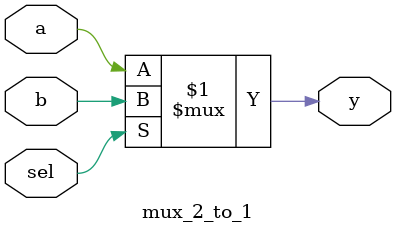
<source format=v>
module mux_2_to_1 (
    input a, b, sel,
    output y
);
assign y = sel ? b:a;
endmodule

</source>
